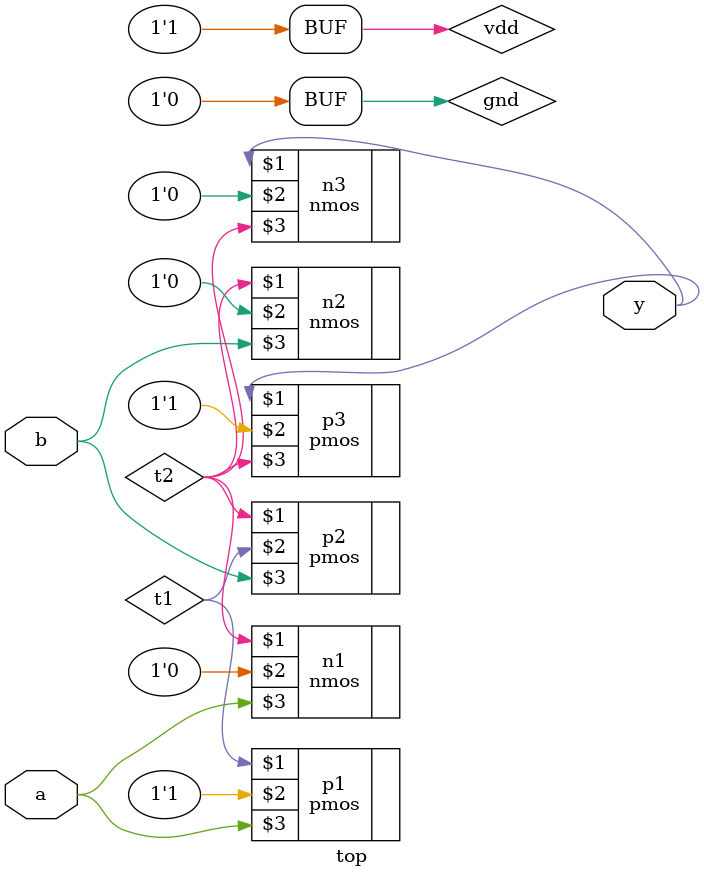
<source format=v>
module top(
input a,b,
output y
    );
    
supply1 vdd;
supply0 gnd;

wire t1,t2;

pmos p1(t1,vdd,a);
pmos p2(t2,t1,b);
nmos n1(t2,gnd,a);
nmos n2(t2,gnd,b);
pmos p3(y,vdd,t2);
nmos n3(y,gnd,t2);
    

endmodule


</source>
